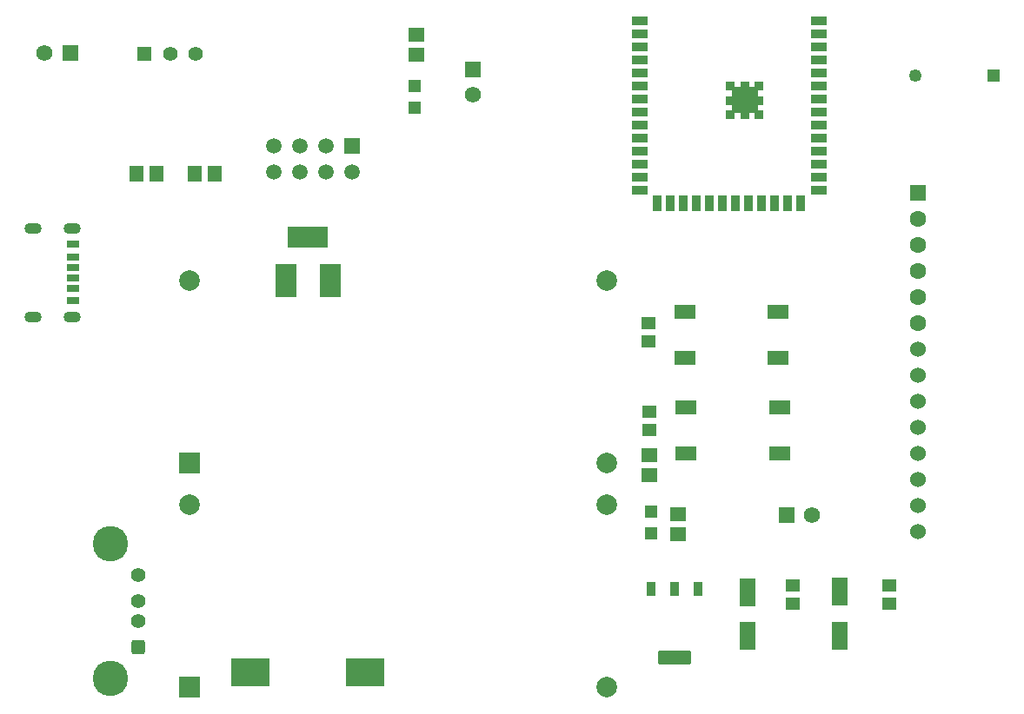
<source format=gbr>
G04*
G04 #@! TF.GenerationSoftware,Altium Limited,Altium Designer,24.1.2 (44)*
G04*
G04 Layer_Color=255*
%FSLAX44Y44*%
%MOMM*%
G71*
G04*
G04 #@! TF.SameCoordinates,98FF00E1-DB16-4AB4-99D8-1D2B7C447DA4*
G04*
G04*
G04 #@! TF.FilePolarity,Positive*
G04*
G01*
G75*
%ADD18C,1.2500*%
%ADD19R,1.2500X1.2500*%
%ADD20C,1.4000*%
%ADD21R,1.4000X1.4000*%
G04:AMPARAMS|DCode=22|XSize=1.1mm|YSize=1.7mm|CornerRadius=0.55mm|HoleSize=0mm|Usage=FLASHONLY|Rotation=90.000|XOffset=0mm|YOffset=0mm|HoleType=Round|Shape=RoundedRectangle|*
%AMROUNDEDRECTD22*
21,1,1.1000,0.6000,0,0,90.0*
21,1,0.0000,1.7000,0,0,90.0*
1,1,1.1000,0.3000,0.0000*
1,1,1.1000,0.3000,0.0000*
1,1,1.1000,-0.3000,0.0000*
1,1,1.1000,-0.3000,0.0000*
%
%ADD22ROUNDEDRECTD22*%
%ADD36R,2.5400X2.5400*%
%ADD37C,1.5080*%
%ADD38R,1.5080X1.5080*%
%ADD39C,1.5750*%
%ADD40R,1.5750X1.5750*%
%ADD41C,1.5240*%
%ADD42R,1.6050X1.6050*%
%ADD43C,1.6050*%
%ADD44C,2.0000*%
%ADD45R,2.0000X2.0000*%
%ADD46C,1.4200*%
G04:AMPARAMS|DCode=47|XSize=1.42mm|YSize=1.42mm|CornerRadius=0.355mm|HoleSize=0mm|Usage=FLASHONLY|Rotation=90.000|XOffset=0mm|YOffset=0mm|HoleType=Round|Shape=RoundedRectangle|*
%AMROUNDEDRECTD47*
21,1,1.4200,0.7100,0,0,90.0*
21,1,0.7100,1.4200,0,0,90.0*
1,1,0.7100,0.3550,0.3550*
1,1,0.7100,0.3550,-0.3550*
1,1,0.7100,-0.3550,-0.3550*
1,1,0.7100,-0.3550,0.3550*
%
%ADD47ROUNDEDRECTD47*%
%ADD48C,3.4500*%
%ADD49R,2.0000X3.2380*%
%ADD50R,4.0000X2.0000*%
%ADD51R,3.7460X2.7968*%
%ADD52R,3.7338X2.7965*%
%ADD53R,1.5750X1.5750*%
%ADD55R,0.9000X0.9000*%
%ADD56R,0.9000X1.5000*%
%ADD57R,1.5000X0.9000*%
G04:AMPARAMS|DCode=58|XSize=1.31mm|YSize=3.24mm|CornerRadius=0.0983mm|HoleSize=0mm|Usage=FLASHONLY|Rotation=270.000|XOffset=0mm|YOffset=0mm|HoleType=Round|Shape=RoundedRectangle|*
%AMROUNDEDRECTD58*
21,1,1.3100,3.0435,0,0,270.0*
21,1,1.1135,3.2400,0,0,270.0*
1,1,0.1965,-1.5218,-0.5568*
1,1,0.1965,-1.5218,0.5568*
1,1,0.1965,1.5218,0.5568*
1,1,0.1965,1.5218,-0.5568*
%
%ADD58ROUNDEDRECTD58*%
G04:AMPARAMS|DCode=59|XSize=1.31mm|YSize=0.93mm|CornerRadius=0.0698mm|HoleSize=0mm|Usage=FLASHONLY|Rotation=270.000|XOffset=0mm|YOffset=0mm|HoleType=Round|Shape=RoundedRectangle|*
%AMROUNDEDRECTD59*
21,1,1.3100,0.7905,0,0,270.0*
21,1,1.1705,0.9300,0,0,270.0*
1,1,0.1395,-0.3953,-0.5853*
1,1,0.1395,-0.3953,0.5853*
1,1,0.1395,0.3953,0.5853*
1,1,0.1395,0.3953,-0.5853*
%
%ADD59ROUNDEDRECTD59*%
%ADD60R,1.5562X1.3549*%
%ADD61R,1.2000X0.7000*%
%ADD62R,1.2000X0.7600*%
%ADD63R,1.2000X0.8000*%
%ADD64R,2.1000X1.4000*%
%ADD65R,1.2000X1.2000*%
%ADD66R,1.4700X1.1900*%
%ADD67R,1.6000X2.8000*%
%ADD68R,1.3549X1.5562*%
D18*
X388620Y279400D02*
D03*
D19*
X464620D02*
D03*
D20*
X-312420Y300990D02*
D03*
X-337420D02*
D03*
D21*
X-362420D02*
D03*
D22*
X-470780Y130830D02*
D03*
Y44430D02*
D03*
X-432780Y130830D02*
D03*
Y44430D02*
D03*
D36*
X222460Y255740D02*
D03*
D37*
X-160020Y185640D02*
D03*
X-185420D02*
D03*
Y211040D02*
D03*
X-210820Y185640D02*
D03*
Y211040D02*
D03*
X-236220Y185640D02*
D03*
Y211040D02*
D03*
D38*
X-160020D02*
D03*
D39*
X288090Y-148760D02*
D03*
X-42080Y260550D02*
D03*
X-459540Y301160D02*
D03*
D40*
X263090Y-148760D02*
D03*
X-434540Y301160D02*
D03*
D41*
X391160Y-165100D02*
D03*
Y-139700D02*
D03*
Y-114300D02*
D03*
Y-88900D02*
D03*
Y-63500D02*
D03*
Y-38100D02*
D03*
Y-12700D02*
D03*
Y12700D02*
D03*
D42*
Y165100D02*
D03*
D43*
Y139700D02*
D03*
Y114300D02*
D03*
Y88900D02*
D03*
Y63500D02*
D03*
Y38100D02*
D03*
D44*
X87630Y-138430D02*
D03*
Y-316230D02*
D03*
X-318770Y-138430D02*
D03*
Y80010D02*
D03*
X87630Y-97790D02*
D03*
Y80010D02*
D03*
D45*
X-318770Y-316230D02*
D03*
Y-97790D02*
D03*
D46*
X-368090Y-232570D02*
D03*
Y-252570D02*
D03*
Y-207570D02*
D03*
D47*
Y-277570D02*
D03*
D48*
X-395190Y-308270D02*
D03*
Y-176870D02*
D03*
D49*
X-181610Y80010D02*
D03*
X-224790D02*
D03*
D50*
X-203200Y121920D02*
D03*
D51*
X-147320Y-302260D02*
D03*
D52*
X-259080D02*
D03*
D53*
X-42080Y285550D02*
D03*
D55*
X222220Y255270D02*
D03*
Y269270D02*
D03*
X236220D02*
D03*
X208220D02*
D03*
Y241270D02*
D03*
X222220D02*
D03*
X236220D02*
D03*
X208220Y255270D02*
D03*
X236220D02*
D03*
D56*
X137370Y154870D02*
D03*
X150070D02*
D03*
X162770D02*
D03*
X175470D02*
D03*
X188170D02*
D03*
X200870D02*
D03*
X213570D02*
D03*
X226270D02*
D03*
X238970D02*
D03*
X251670D02*
D03*
X264370D02*
D03*
X277070D02*
D03*
D57*
X119720Y332470D02*
D03*
Y319770D02*
D03*
Y307070D02*
D03*
Y294370D02*
D03*
Y281670D02*
D03*
Y268970D02*
D03*
Y256270D02*
D03*
Y243570D02*
D03*
Y230870D02*
D03*
Y218170D02*
D03*
Y205470D02*
D03*
Y192770D02*
D03*
Y180070D02*
D03*
Y167370D02*
D03*
X294720D02*
D03*
Y180070D02*
D03*
Y192770D02*
D03*
Y205470D02*
D03*
Y218170D02*
D03*
Y230870D02*
D03*
Y243570D02*
D03*
Y256270D02*
D03*
Y268970D02*
D03*
Y281670D02*
D03*
Y294370D02*
D03*
Y307070D02*
D03*
Y319770D02*
D03*
Y332470D02*
D03*
D58*
X153670Y-287450D02*
D03*
D59*
X176570Y-220550D02*
D03*
X153670D02*
D03*
X130770D02*
D03*
D60*
X-97790Y319636D02*
D03*
Y300124D02*
D03*
X129540Y-90574D02*
D03*
Y-110086D02*
D03*
X157480Y-167236D02*
D03*
Y-147724D02*
D03*
D61*
X-431980Y92630D02*
D03*
Y82630D02*
D03*
D62*
Y102830D02*
D03*
Y72430D02*
D03*
D63*
Y115130D02*
D03*
Y60130D02*
D03*
D64*
X164050Y4170D02*
D03*
X255050D02*
D03*
X164050Y49170D02*
D03*
X255050D02*
D03*
X165320Y-88540D02*
D03*
X256320D02*
D03*
X165320Y-43540D02*
D03*
X256320D02*
D03*
D65*
X-99060Y248580D02*
D03*
Y269580D02*
D03*
X130810Y-166710D02*
D03*
Y-145710D02*
D03*
D66*
X363220Y-217170D02*
D03*
Y-235370D02*
D03*
X129540Y-66250D02*
D03*
Y-48050D02*
D03*
X128270Y20110D02*
D03*
Y38310D02*
D03*
X269240Y-217170D02*
D03*
Y-235370D02*
D03*
D67*
X314960Y-266520D02*
D03*
Y-223520D02*
D03*
X224790Y-267000D02*
D03*
Y-224000D02*
D03*
D68*
X-313286Y184150D02*
D03*
X-293773D02*
D03*
X-350924D02*
D03*
X-370437D02*
D03*
M02*

</source>
